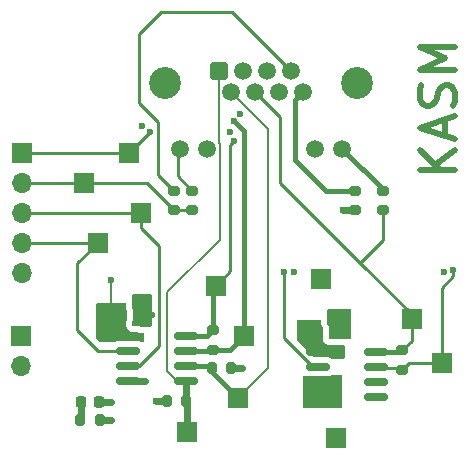
<source format=gbr>
%TF.GenerationSoftware,KiCad,Pcbnew,8.0.1*%
%TF.CreationDate,2024-08-08T22:12:17-07:00*%
%TF.ProjectId,spi_ethernet_mcu_side,7370695f-6574-4686-9572-6e65745f6d63,rev?*%
%TF.SameCoordinates,Original*%
%TF.FileFunction,Copper,L1,Top*%
%TF.FilePolarity,Positive*%
%FSLAX46Y46*%
G04 Gerber Fmt 4.6, Leading zero omitted, Abs format (unit mm)*
G04 Created by KiCad (PCBNEW 8.0.1) date 2024-08-08 22:12:17*
%MOMM*%
%LPD*%
G01*
G04 APERTURE LIST*
G04 Aperture macros list*
%AMRoundRect*
0 Rectangle with rounded corners*
0 $1 Rounding radius*
0 $2 $3 $4 $5 $6 $7 $8 $9 X,Y pos of 4 corners*
0 Add a 4 corners polygon primitive as box body*
4,1,4,$2,$3,$4,$5,$6,$7,$8,$9,$2,$3,0*
0 Add four circle primitives for the rounded corners*
1,1,$1+$1,$2,$3*
1,1,$1+$1,$4,$5*
1,1,$1+$1,$6,$7*
1,1,$1+$1,$8,$9*
0 Add four rect primitives between the rounded corners*
20,1,$1+$1,$2,$3,$4,$5,0*
20,1,$1+$1,$4,$5,$6,$7,0*
20,1,$1+$1,$6,$7,$8,$9,0*
20,1,$1+$1,$8,$9,$2,$3,0*%
G04 Aperture macros list end*
%ADD10C,0.500000*%
%TA.AperFunction,NonConductor*%
%ADD11C,0.500000*%
%TD*%
%TA.AperFunction,ComponentPad*%
%ADD12R,1.700000X1.700000*%
%TD*%
%TA.AperFunction,SMDPad,CuDef*%
%ADD13RoundRect,0.200000X0.200000X0.275000X-0.200000X0.275000X-0.200000X-0.275000X0.200000X-0.275000X0*%
%TD*%
%TA.AperFunction,SMDPad,CuDef*%
%ADD14RoundRect,0.218750X-0.218750X-0.256250X0.218750X-0.256250X0.218750X0.256250X-0.218750X0.256250X0*%
%TD*%
%TA.AperFunction,SMDPad,CuDef*%
%ADD15RoundRect,0.200000X-0.275000X0.200000X-0.275000X-0.200000X0.275000X-0.200000X0.275000X0.200000X0*%
%TD*%
%TA.AperFunction,SMDPad,CuDef*%
%ADD16RoundRect,0.200000X0.275000X-0.200000X0.275000X0.200000X-0.275000X0.200000X-0.275000X-0.200000X0*%
%TD*%
%TA.AperFunction,SMDPad,CuDef*%
%ADD17RoundRect,0.225000X-0.225000X-0.250000X0.225000X-0.250000X0.225000X0.250000X-0.225000X0.250000X0*%
%TD*%
%TA.AperFunction,SMDPad,CuDef*%
%ADD18RoundRect,0.150000X-0.825000X-0.150000X0.825000X-0.150000X0.825000X0.150000X-0.825000X0.150000X0*%
%TD*%
%TA.AperFunction,ComponentPad*%
%ADD19C,2.700000*%
%TD*%
%TA.AperFunction,ComponentPad*%
%ADD20C,1.500000*%
%TD*%
%TA.AperFunction,ComponentPad*%
%ADD21RoundRect,0.250000X0.500000X0.500000X-0.500000X0.500000X-0.500000X-0.500000X0.500000X-0.500000X0*%
%TD*%
%TA.AperFunction,ComponentPad*%
%ADD22O,1.700000X1.700000*%
%TD*%
%TA.AperFunction,ViaPad*%
%ADD23C,0.600000*%
%TD*%
%TA.AperFunction,Conductor*%
%ADD24C,0.400000*%
%TD*%
%TA.AperFunction,Conductor*%
%ADD25C,0.254000*%
%TD*%
%TA.AperFunction,Conductor*%
%ADD26C,0.600000*%
%TD*%
%TA.AperFunction,Conductor*%
%ADD27C,0.200000*%
%TD*%
G04 APERTURE END LIST*
D10*
D11*
X146977657Y-71016567D02*
X143977657Y-71016567D01*
X146977657Y-69302281D02*
X145263371Y-70587995D01*
X143977657Y-69302281D02*
X145691942Y-71016567D01*
X146120514Y-68159424D02*
X146120514Y-66730853D01*
X146977657Y-68445138D02*
X143977657Y-67445138D01*
X143977657Y-67445138D02*
X146977657Y-66445138D01*
X146834800Y-65587995D02*
X146977657Y-65159424D01*
X146977657Y-65159424D02*
X146977657Y-64445138D01*
X146977657Y-64445138D02*
X146834800Y-64159424D01*
X146834800Y-64159424D02*
X146691942Y-64016566D01*
X146691942Y-64016566D02*
X146406228Y-63873709D01*
X146406228Y-63873709D02*
X146120514Y-63873709D01*
X146120514Y-63873709D02*
X145834800Y-64016566D01*
X145834800Y-64016566D02*
X145691942Y-64159424D01*
X145691942Y-64159424D02*
X145549085Y-64445138D01*
X145549085Y-64445138D02*
X145406228Y-65016566D01*
X145406228Y-65016566D02*
X145263371Y-65302281D01*
X145263371Y-65302281D02*
X145120514Y-65445138D01*
X145120514Y-65445138D02*
X144834800Y-65587995D01*
X144834800Y-65587995D02*
X144549085Y-65587995D01*
X144549085Y-65587995D02*
X144263371Y-65445138D01*
X144263371Y-65445138D02*
X144120514Y-65302281D01*
X144120514Y-65302281D02*
X143977657Y-65016566D01*
X143977657Y-65016566D02*
X143977657Y-64302281D01*
X143977657Y-64302281D02*
X144120514Y-63873709D01*
X146977657Y-62587995D02*
X143977657Y-62587995D01*
X143977657Y-62587995D02*
X146120514Y-61587995D01*
X146120514Y-61587995D02*
X143977657Y-60587995D01*
X143977657Y-60587995D02*
X146977657Y-60587995D01*
D12*
%TO.P,TP5,1,1*%
%TO.N,/SPI1_SCK_B*%
X145821400Y-87350600D03*
%TD*%
%TO.P,TP4,1,1*%
%TO.N,/SPI1_SCK_A*%
X143281400Y-83616800D03*
%TD*%
D13*
%TO.P,R8,1*%
%TO.N,GND*%
X116903000Y-92202000D03*
%TO.P,R8,2*%
%TO.N,Net-(D1-K)*%
X115253000Y-92202000D03*
%TD*%
D14*
%TO.P,D1,1,K*%
%TO.N,Net-(D1-K)*%
X115265000Y-90678000D03*
%TO.P,D1,2,A*%
%TO.N,+3V3*%
X116840000Y-90678000D03*
%TD*%
D15*
%TO.P,R2,1*%
%TO.N,/SPI1_SDI_A*%
X126441200Y-84607400D03*
%TO.P,R2,2*%
%TO.N,/SPI1_SDI_B*%
X126441200Y-86257400D03*
%TD*%
D16*
%TO.P,R6,1*%
%TO.N,GND*%
X138482800Y-74422000D03*
%TO.P,R6,2*%
%TO.N,Net-(J1-Pad8)*%
X138482800Y-72772000D03*
%TD*%
D12*
%TO.P,TP2,1,1*%
%TO.N,/SPI1_SDO_Z*%
X128625600Y-90373200D03*
%TD*%
%TO.P,TP1,1,1*%
%TO.N,/SPI1_SDO_Y*%
X124256800Y-93218000D03*
%TD*%
D17*
%TO.P,C2,1*%
%TO.N,+3V3*%
X135356600Y-84734400D03*
%TO.P,C2,2*%
%TO.N,GND*%
X136906600Y-84734400D03*
%TD*%
D18*
%TO.P,U1,1,VCC*%
%TO.N,+3V3*%
X119267200Y-85078800D03*
%TO.P,U1,2,RO*%
%TO.N,/SPI1_SDI*%
X119267200Y-86348800D03*
%TO.P,U1,3,DI*%
%TO.N,/SPI1_SDO*%
X119267200Y-87618800D03*
%TO.P,U1,4,GND*%
%TO.N,GND*%
X119267200Y-88888800D03*
%TO.P,U1,5,Y*%
%TO.N,/SPI1_SDO_Y*%
X124217200Y-88888800D03*
%TO.P,U1,6,Z*%
%TO.N,/SPI1_SDO_Z*%
X124217200Y-87618800D03*
%TO.P,U1,7,B*%
%TO.N,/SPI1_SDI_B*%
X124217200Y-86348800D03*
%TO.P,U1,8,A*%
%TO.N,/SPI1_SDI_A*%
X124217200Y-85078800D03*
%TD*%
D12*
%TO.P,TP9,1,1*%
%TO.N,/SPI1_SCK*%
X119354600Y-69596000D03*
%TD*%
%TO.P,TP10,1,1*%
%TO.N,/SPI1_~{CS}*%
X115544600Y-72110600D03*
%TD*%
%TO.P,TP3,1,1*%
%TO.N,/SPI1_SDI_B*%
X129082800Y-85115400D03*
%TD*%
%TO.P,TP12,1,1*%
%TO.N,/SPI1_SDI*%
X116713000Y-77216000D03*
%TD*%
%TO.P,TP11,1,1*%
%TO.N,/SPI1_SDO*%
X120370600Y-74676000D03*
%TD*%
D19*
%TO.P,J1,SH*%
%TO.N,GND*%
X138688000Y-63663400D03*
X122428000Y-63663400D03*
D20*
%TO.P,J1,12*%
%TO.N,Net-(J1-Pad12)*%
X137418000Y-69243400D03*
%TO.P,J1,11*%
%TO.N,GND*%
X135128000Y-69243400D03*
%TO.P,J1,10*%
%TO.N,+3V3*%
X125988000Y-69243400D03*
%TO.P,J1,9*%
%TO.N,Net-(J1-Pad9)*%
X123698000Y-69243400D03*
%TO.P,J1,8*%
%TO.N,Net-(J1-Pad8)*%
X134128000Y-64423400D03*
%TO.P,J1,7*%
%TO.N,Net-(J1-Pad7)*%
X133108000Y-62643400D03*
%TO.P,J1,6*%
%TO.N,/SPI1_SDI_A*%
X132088000Y-64423400D03*
%TO.P,J1,5*%
%TO.N,/SPI1_SCK_B*%
X131068000Y-62643400D03*
%TO.P,J1,4*%
%TO.N,/SPI1_SCK_A*%
X130048000Y-64423400D03*
%TO.P,J1,3*%
%TO.N,/SPI1_SDI_B*%
X129028000Y-62643400D03*
%TO.P,J1,2*%
%TO.N,/SPI1_SDO_Z*%
X128008000Y-64423400D03*
D21*
%TO.P,J1,1*%
%TO.N,/SPI1_SDO_Y*%
X126988000Y-62643400D03*
%TD*%
D15*
%TO.P,R4,1*%
%TO.N,Net-(J1-Pad7)*%
X123139200Y-72772000D03*
%TO.P,R4,2*%
%TO.N,/SPI1_~{CS}*%
X123139200Y-74422000D03*
%TD*%
D12*
%TO.P,TP6,1,1*%
%TO.N,/SPI1_SDI_A*%
X126695200Y-80822800D03*
%TD*%
D13*
%TO.P,R5,1*%
%TO.N,GND*%
X128016000Y-87757000D03*
%TO.P,R5,2*%
%TO.N,/SPI1_SDO_Z*%
X126366000Y-87757000D03*
%TD*%
D17*
%TO.P,C1,1*%
%TO.N,+3V3*%
X118770400Y-83312000D03*
%TO.P,C1,2*%
%TO.N,GND*%
X120320400Y-83312000D03*
%TD*%
D12*
%TO.P,TP8,1,1*%
%TO.N,GND*%
X135636000Y-80264000D03*
%TD*%
D15*
%TO.P,R1,1*%
%TO.N,Net-(J1-Pad12)*%
X140843000Y-72772000D03*
%TO.P,R1,2*%
%TO.N,/SPI1_SCK_A*%
X140843000Y-74422000D03*
%TD*%
D13*
%TO.P,R3,1*%
%TO.N,/SPI1_SDO_Y*%
X124192800Y-90601800D03*
%TO.P,R3,2*%
%TO.N,+3V3*%
X122542800Y-90601800D03*
%TD*%
D15*
%TO.P,R9,1*%
%TO.N,/SPI1_SCK_A*%
X142468600Y-86297000D03*
%TO.P,R9,2*%
%TO.N,/SPI1_SCK_B*%
X142468600Y-87947000D03*
%TD*%
D18*
%TO.P,U2,1,VCC*%
%TO.N,+3V3*%
X135331200Y-86436200D03*
%TO.P,U2,2,RO*%
%TO.N,/SPI1_SCK*%
X135331200Y-87706200D03*
%TO.P,U2,3,DI*%
%TO.N,GND*%
X135331200Y-88976200D03*
%TO.P,U2,4,GND*%
X135331200Y-90246200D03*
%TO.P,U2,5,Y*%
%TO.N,unconnected-(U2-Y-Pad5)*%
X140281200Y-90246200D03*
%TO.P,U2,6,Z*%
%TO.N,unconnected-(U2-Z-Pad6)*%
X140281200Y-88976200D03*
%TO.P,U2,7,B*%
%TO.N,/SPI1_SCK_B*%
X140281200Y-87706200D03*
%TO.P,U2,8,A*%
%TO.N,/SPI1_SCK_A*%
X140281200Y-86436200D03*
%TD*%
D16*
%TO.P,R7,1*%
%TO.N,/SPI1_~{CS}*%
X124688600Y-74422000D03*
%TO.P,R7,2*%
%TO.N,Net-(J1-Pad9)*%
X124688600Y-72772000D03*
%TD*%
D12*
%TO.P,J4,1,Pin_1*%
%TO.N,/SPI1_SCK*%
X110263200Y-69596000D03*
D22*
%TO.P,J4,2,Pin_2*%
%TO.N,/SPI1_~{CS}*%
X110263200Y-72136000D03*
%TO.P,J4,3,Pin_3*%
%TO.N,/SPI1_SDO*%
X110263200Y-74676000D03*
%TO.P,J4,4,Pin_4*%
%TO.N,/SPI1_SDI*%
X110263200Y-77216000D03*
%TO.P,J4,5,Pin_5*%
%TO.N,GND*%
X110263200Y-79756000D03*
%TD*%
D12*
%TO.P,J3,1,Pin_1*%
%TO.N,+3V3*%
X110236000Y-85085000D03*
D22*
%TO.P,J3,2,Pin_2*%
%TO.N,GND*%
X110236000Y-87625000D03*
%TD*%
D12*
%TO.P,TP7,1,1*%
%TO.N,GND*%
X136906000Y-93726000D03*
%TD*%
D23*
%TO.N,GND*%
X146032485Y-79681888D03*
%TO.N,/SPI1_SCK_B*%
X146812000Y-79502000D03*
%TO.N,GND*%
X117856000Y-92202000D03*
%TO.N,+3V3*%
X117856000Y-90678000D03*
%TO.N,/SPI1_SCK*%
X121107200Y-67843400D03*
%TO.N,+3V3*%
X134264400Y-85674200D03*
X134391400Y-84709000D03*
X121640600Y-90601800D03*
X117805200Y-80314800D03*
X117805200Y-83286600D03*
X117779800Y-85090000D03*
%TO.N,GND*%
X136804400Y-88950800D03*
X137490200Y-74422000D03*
X128770192Y-66298189D03*
X137414000Y-83820000D03*
X128930400Y-87757000D03*
X120483976Y-67341807D03*
X120650000Y-82296000D03*
X137871200Y-84734400D03*
X133310804Y-79694351D03*
X120751600Y-88888800D03*
X136804400Y-90271600D03*
X127902130Y-67831607D03*
X121285000Y-83312000D03*
%TO.N,/SPI1_SDI_A*%
X128244600Y-68554600D03*
%TO.N,/SPI1_SDI_B*%
X128219200Y-66878200D03*
%TO.N,/SPI1_SCK*%
X132511800Y-79654400D03*
%TD*%
D24*
%TO.N,Net-(J1-Pad8)*%
X133426200Y-70180200D02*
X133426200Y-65125200D01*
X136018000Y-72772000D02*
X133426200Y-70180200D01*
X138482800Y-72772000D02*
X136018000Y-72772000D01*
X133426200Y-65125200D02*
X134128000Y-64423400D01*
D25*
%TO.N,/SPI1_SCK_B*%
X145821400Y-81026000D02*
X145821400Y-87350600D01*
X146812000Y-80035400D02*
X145821400Y-81026000D01*
X146812000Y-79502000D02*
X146812000Y-80035400D01*
%TO.N,/SPI1_SCK_A*%
X138912600Y-78892400D02*
X143281400Y-83261200D01*
X140843000Y-74422000D02*
X140843000Y-76962000D01*
X132130800Y-72110600D02*
X138912600Y-78892400D01*
X140843000Y-76962000D02*
X138912600Y-78892400D01*
X143281400Y-83261200D02*
X143281400Y-83616800D01*
X132130800Y-66506200D02*
X132130800Y-72110600D01*
X130048000Y-64423400D02*
X132130800Y-66506200D01*
X143281400Y-85484200D02*
X142468600Y-86297000D01*
X143281400Y-83616800D02*
X143281400Y-85484200D01*
%TO.N,/SPI1_SCK_B*%
X145821400Y-87350600D02*
X143065000Y-87350600D01*
X143065000Y-87350600D02*
X142468600Y-87947000D01*
%TO.N,/SPI1_SCK*%
X121107200Y-67843400D02*
X119354600Y-69596000D01*
D26*
%TO.N,GND*%
X116903000Y-92202000D02*
X117856000Y-92202000D01*
%TO.N,Net-(D1-K)*%
X115265000Y-92190000D02*
X115253000Y-92202000D01*
X115265000Y-90678000D02*
X115265000Y-92190000D01*
%TO.N,+3V3*%
X116840000Y-90678000D02*
X117856000Y-90678000D01*
D25*
%TO.N,/SPI1_SDI*%
X114985800Y-84607400D02*
X116727200Y-86348800D01*
X116713000Y-77216000D02*
X114985800Y-78943200D01*
X110263200Y-77216000D02*
X116713000Y-77216000D01*
X114985800Y-78943200D02*
X114985800Y-84607400D01*
X116727200Y-86348800D02*
X119267200Y-86348800D01*
%TO.N,/SPI1_SDO*%
X121912000Y-85948999D02*
X121912000Y-77462000D01*
X121912000Y-77462000D02*
X120370600Y-75920600D01*
X120370600Y-75920600D02*
X120370600Y-74676000D01*
X120242199Y-87618800D02*
X121912000Y-85948999D01*
X119267200Y-87618800D02*
X120242199Y-87618800D01*
X110263200Y-74676000D02*
X120370600Y-74676000D01*
%TO.N,/SPI1_~{CS}*%
X120878600Y-72136000D02*
X123139200Y-74396600D01*
X115544600Y-72110600D02*
X115570000Y-72136000D01*
X115570000Y-72136000D02*
X120878600Y-72136000D01*
X123139200Y-74396600D02*
X123139200Y-74422000D01*
X123139200Y-74422000D02*
X124688600Y-74422000D01*
%TO.N,Net-(J1-Pad7)*%
X128122600Y-57658000D02*
X133108000Y-62643400D01*
X120218200Y-65379600D02*
X120218200Y-59512200D01*
X121793000Y-66954400D02*
X120218200Y-65379600D01*
X120218200Y-59512200D02*
X122072400Y-57658000D01*
X121793000Y-71425800D02*
X121793000Y-66954400D01*
X123139200Y-72772000D02*
X121793000Y-71425800D01*
X122072400Y-57658000D02*
X128122600Y-57658000D01*
%TO.N,Net-(J1-Pad9)*%
X124688600Y-72772000D02*
X123496800Y-71580200D01*
X123496800Y-71580200D02*
X123496800Y-69444600D01*
X123496800Y-69444600D02*
X123698000Y-69243400D01*
%TO.N,/SPI1_~{CS}*%
X115519200Y-72136000D02*
X115544600Y-72110600D01*
X110263200Y-72136000D02*
X115519200Y-72136000D01*
%TO.N,/SPI1_SCK*%
X110263200Y-69596000D02*
X119354600Y-69596000D01*
D26*
%TO.N,+3V3*%
X121640600Y-90601800D02*
X122542800Y-90601800D01*
D27*
%TO.N,/SPI1_SDO_Z*%
X131165600Y-87833200D02*
X128625600Y-90373200D01*
X131165600Y-67581000D02*
X131165600Y-87833200D01*
X128008000Y-64423400D02*
X131165600Y-67581000D01*
D25*
%TO.N,/SPI1_SCK*%
X134947464Y-87706200D02*
X135331200Y-87706200D01*
X132511800Y-79654400D02*
X132511800Y-85270536D01*
X132511800Y-85270536D02*
X134947464Y-87706200D01*
D27*
%TO.N,+3V3*%
X117805200Y-83286600D02*
X117805200Y-80314800D01*
D26*
%TO.N,GND*%
X120751600Y-88888800D02*
X119267200Y-88888800D01*
X128016000Y-87757000D02*
X128930400Y-87757000D01*
X137490200Y-74422000D02*
X138482800Y-74422000D01*
D24*
%TO.N,Net-(J1-Pad8)*%
X134128000Y-64423400D02*
X133934200Y-64617200D01*
%TO.N,/SPI1_SDO_Z*%
X126366000Y-87757000D02*
X126366000Y-88113600D01*
X126366000Y-88113600D02*
X128625600Y-90373200D01*
X126227800Y-87618800D02*
X126366000Y-87757000D01*
X124217200Y-87618800D02*
X126227800Y-87618800D01*
D25*
%TO.N,/SPI1_SDI_A*%
X127914400Y-79603600D02*
X126695200Y-80822800D01*
D24*
X126441200Y-81076800D02*
X126695200Y-80822800D01*
D25*
X128244600Y-68554600D02*
X127914400Y-68884800D01*
D24*
X124217200Y-85078800D02*
X125969800Y-85078800D01*
X126441200Y-84607400D02*
X126441200Y-81076800D01*
X125969800Y-85078800D02*
X126441200Y-84607400D01*
D25*
X127914400Y-68884800D02*
X127914400Y-79603600D01*
D24*
%TO.N,/SPI1_SDI_B*%
X126349800Y-86348800D02*
X126441200Y-86257400D01*
X124217200Y-86348800D02*
X126349800Y-86348800D01*
X126441200Y-86257400D02*
X127940800Y-86257400D01*
X129082800Y-85115400D02*
X129082800Y-67741800D01*
X127940800Y-86257400D02*
X129082800Y-85115400D01*
X129082800Y-67741800D02*
X128219200Y-66878200D01*
%TO.N,Net-(J1-Pad12)*%
X140843000Y-72668400D02*
X137418000Y-69243400D01*
X140843000Y-72772000D02*
X140843000Y-72668400D01*
D26*
%TO.N,/SPI1_SDO_Y*%
X124256800Y-90665800D02*
X124192800Y-90601800D01*
D27*
X127038000Y-68808475D02*
X127038000Y-76924000D01*
D26*
X124192800Y-88913200D02*
X124217200Y-88888800D01*
D27*
X127038000Y-76924000D02*
X122580400Y-81381600D01*
X126958000Y-68728475D02*
X127038000Y-68808475D01*
X126988000Y-62643400D02*
X126958000Y-62673400D01*
D26*
X124192800Y-90601800D02*
X124192800Y-88913200D01*
D27*
X123458200Y-88888800D02*
X124217200Y-88888800D01*
X122580400Y-81381600D02*
X122580400Y-88011000D01*
X126958000Y-62673400D02*
X126958000Y-68728475D01*
X122580400Y-88011000D02*
X123458200Y-88888800D01*
D26*
X124256800Y-93218000D02*
X124256800Y-90665800D01*
D24*
%TO.N,/SPI1_SCK_A*%
X140281200Y-86436200D02*
X142329400Y-86436200D01*
X142329400Y-86436200D02*
X142468600Y-86297000D01*
D25*
%TO.N,/SPI1_SCK_B*%
X142354800Y-87833200D02*
X142468600Y-87947000D01*
X140408200Y-87833200D02*
X142354800Y-87833200D01*
X140281200Y-87706200D02*
X140408200Y-87833200D01*
%TD*%
%TA.AperFunction,Conductor*%
%TO.N,+3V3*%
G36*
X119071539Y-82315685D02*
G01*
X119117294Y-82368489D01*
X119128500Y-82420000D01*
X119128500Y-82680198D01*
X119147676Y-82818107D01*
X119166135Y-82883199D01*
X119166138Y-82883207D01*
X119170988Y-82894230D01*
X119175193Y-82905160D01*
X119177561Y-82912306D01*
X119209105Y-83007502D01*
X119215399Y-83046503D01*
X119215399Y-83577495D01*
X119209105Y-83616499D01*
X119175195Y-83718833D01*
X119170987Y-83729771D01*
X119166140Y-83740784D01*
X119166138Y-83740790D01*
X119147678Y-83805883D01*
X119128500Y-83943799D01*
X119128500Y-83943804D01*
X119128500Y-84154300D01*
X119128501Y-84154309D01*
X119140052Y-84261750D01*
X119140054Y-84261762D01*
X119151260Y-84313272D01*
X119185383Y-84415797D01*
X119185386Y-84415803D01*
X119263171Y-84536837D01*
X119263179Y-84536848D01*
X119308923Y-84589640D01*
X119308926Y-84589643D01*
X119308930Y-84589647D01*
X119417664Y-84683867D01*
X119417667Y-84683868D01*
X119417668Y-84683869D01*
X119450416Y-84698825D01*
X119548541Y-84743638D01*
X119615580Y-84763323D01*
X119615584Y-84763324D01*
X119758000Y-84783800D01*
X120095190Y-84783800D01*
X120129784Y-84788723D01*
X120197868Y-84808504D01*
X120267656Y-84823529D01*
X120267657Y-84823530D01*
X120267664Y-84823531D01*
X120267669Y-84823532D01*
X120302264Y-84828456D01*
X120362636Y-84832731D01*
X120373493Y-84833500D01*
X120526000Y-84833500D01*
X120593039Y-84853185D01*
X120638794Y-84905989D01*
X120650000Y-84957500D01*
X120650000Y-85474000D01*
X120630315Y-85541039D01*
X120577511Y-85586794D01*
X120526000Y-85598000D01*
X120373495Y-85598000D01*
X120338900Y-85593076D01*
X120194773Y-85551202D01*
X120194767Y-85551201D01*
X120157901Y-85548300D01*
X120157894Y-85548300D01*
X118376506Y-85548300D01*
X118376498Y-85548300D01*
X118339632Y-85551201D01*
X118339626Y-85551202D01*
X118195500Y-85593076D01*
X118160905Y-85598000D01*
X116915181Y-85598000D01*
X116848142Y-85578315D01*
X116827500Y-85561681D01*
X116622319Y-85356500D01*
X116588834Y-85295177D01*
X116586000Y-85268819D01*
X116586000Y-82420000D01*
X116605685Y-82352961D01*
X116658489Y-82307206D01*
X116710000Y-82296000D01*
X119004500Y-82296000D01*
X119071539Y-82315685D01*
G37*
%TD.AperFunction*%
%TD*%
%TA.AperFunction,Conductor*%
%TO.N,GND*%
G36*
X137357039Y-88411685D02*
G01*
X137402794Y-88464489D01*
X137414000Y-88516000D01*
X137414000Y-91062000D01*
X137394315Y-91129039D01*
X137341511Y-91174794D01*
X137290000Y-91186000D01*
X134236000Y-91186000D01*
X134168961Y-91166315D01*
X134123206Y-91113511D01*
X134112000Y-91062000D01*
X134112000Y-88584223D01*
X134131685Y-88517184D01*
X134184489Y-88471429D01*
X134253647Y-88461485D01*
X134270590Y-88465145D01*
X134403631Y-88503798D01*
X134440506Y-88506700D01*
X134440514Y-88506700D01*
X136221886Y-88506700D01*
X136221894Y-88506700D01*
X136258769Y-88503798D01*
X136258771Y-88503797D01*
X136258773Y-88503797D01*
X136300391Y-88491705D01*
X136416598Y-88457944D01*
X136498905Y-88409268D01*
X136562026Y-88392000D01*
X137290000Y-88392000D01*
X137357039Y-88411685D01*
G37*
%TD.AperFunction*%
%TD*%
%TA.AperFunction,Conductor*%
%TO.N,+3V3*%
G36*
X135581539Y-83712685D02*
G01*
X135627294Y-83765489D01*
X135638500Y-83817000D01*
X135638500Y-83979058D01*
X135657679Y-84116977D01*
X135676139Y-84182068D01*
X135676142Y-84182078D01*
X135732220Y-84309524D01*
X135774737Y-84378455D01*
X135786902Y-84404544D01*
X135795305Y-84429902D01*
X135801599Y-84468904D01*
X135801599Y-85000667D01*
X135800957Y-85013266D01*
X135800689Y-85015890D01*
X135796649Y-85037043D01*
X135788714Y-85065092D01*
X135783686Y-85086437D01*
X135775362Y-85130417D01*
X135775362Y-85274293D01*
X135775363Y-85274297D01*
X135785307Y-85343455D01*
X135785308Y-85343460D01*
X135785309Y-85343463D01*
X135825841Y-85481501D01*
X135825844Y-85481507D01*
X135903626Y-85602537D01*
X135903634Y-85602548D01*
X135949378Y-85655340D01*
X135949381Y-85655343D01*
X135949385Y-85655347D01*
X136058119Y-85749567D01*
X136188996Y-85809338D01*
X136256035Y-85829023D01*
X136256039Y-85829024D01*
X136398455Y-85849500D01*
X136398458Y-85849500D01*
X137518600Y-85849500D01*
X137585639Y-85869185D01*
X137631394Y-85921989D01*
X137642600Y-85973500D01*
X137642600Y-86871000D01*
X137622915Y-86938039D01*
X137570111Y-86983794D01*
X137518600Y-86995000D01*
X136519076Y-86995000D01*
X136455956Y-86977732D01*
X136416598Y-86954456D01*
X136416597Y-86954455D01*
X136416596Y-86954455D01*
X136416593Y-86954454D01*
X136258773Y-86908602D01*
X136258767Y-86908601D01*
X136221901Y-86905700D01*
X136221894Y-86905700D01*
X135085745Y-86905700D01*
X135018706Y-86886015D01*
X134998064Y-86869381D01*
X133614919Y-85486236D01*
X133581434Y-85424913D01*
X133578600Y-85398555D01*
X133578600Y-83817000D01*
X133598285Y-83749961D01*
X133651089Y-83704206D01*
X133702600Y-83693000D01*
X135514500Y-83693000D01*
X135581539Y-83712685D01*
G37*
%TD.AperFunction*%
%TD*%
%TA.AperFunction,Conductor*%
%TO.N,GND*%
G36*
X138119039Y-82823685D02*
G01*
X138164794Y-82876489D01*
X138176000Y-82928000D01*
X138176000Y-85220000D01*
X138156315Y-85287039D01*
X138103511Y-85332794D01*
X138052000Y-85344000D01*
X136398455Y-85344000D01*
X136331416Y-85324315D01*
X136285661Y-85271511D01*
X136275717Y-85202353D01*
X136280747Y-85181001D01*
X136296949Y-85132108D01*
X136307100Y-85032745D01*
X136307099Y-84436056D01*
X136296949Y-84336692D01*
X136243603Y-84175703D01*
X136243599Y-84175697D01*
X136243598Y-84175694D01*
X136162462Y-84044153D01*
X136144000Y-83979056D01*
X136144000Y-82928000D01*
X136163685Y-82860961D01*
X136216489Y-82815206D01*
X136268000Y-82804000D01*
X138052000Y-82804000D01*
X138119039Y-82823685D01*
G37*
%TD.AperFunction*%
%TD*%
%TA.AperFunction,Conductor*%
%TO.N,GND*%
G36*
X121227539Y-81553685D02*
G01*
X121273294Y-81606489D01*
X121284500Y-81658000D01*
X121284500Y-84204000D01*
X121264815Y-84271039D01*
X121212011Y-84316794D01*
X121160500Y-84328000D01*
X120373495Y-84328000D01*
X120338900Y-84323076D01*
X120194773Y-84281202D01*
X120194767Y-84281201D01*
X120157901Y-84278300D01*
X120157894Y-84278300D01*
X119758000Y-84278300D01*
X119690961Y-84258615D01*
X119645206Y-84205811D01*
X119634000Y-84154300D01*
X119634000Y-83943804D01*
X119652461Y-83878707D01*
X119657403Y-83870697D01*
X119710749Y-83709708D01*
X119720900Y-83610345D01*
X119720899Y-83013656D01*
X119710749Y-82914292D01*
X119657403Y-82753303D01*
X119652460Y-82745289D01*
X119634000Y-82680194D01*
X119634000Y-81658000D01*
X119653685Y-81590961D01*
X119706489Y-81545206D01*
X119758000Y-81534000D01*
X121160500Y-81534000D01*
X121227539Y-81553685D01*
G37*
%TD.AperFunction*%
%TD*%
M02*

</source>
